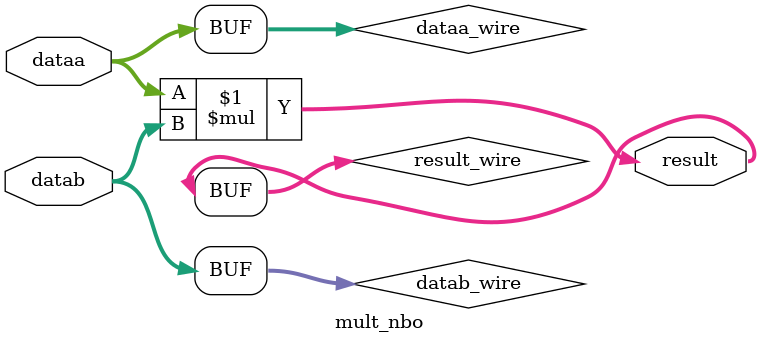
<source format=v>






//synthesis_resources = 
//synopsys translate_off
`timescale 1 ps / 1 ps
//synopsys translate_on
module  mult_nbo
	( 
	dataa,
	datab,
	result) /* synthesis synthesis_clearbox=1 */;
	input   [7:0]  dataa;
	input   [7:0]  datab;
	output   [15:0]  result;

	wire	[7:0]	dataa_wire;
	wire	[7:0]	datab_wire;
	wire	[15:0]	result_wire;



	assign dataa_wire = dataa;
	assign datab_wire = datab;
	assign result_wire = dataa_wire * datab_wire;
	assign result = ({result_wire[15:0]});

endmodule //mult_nbo
//VALID FILE

</source>
